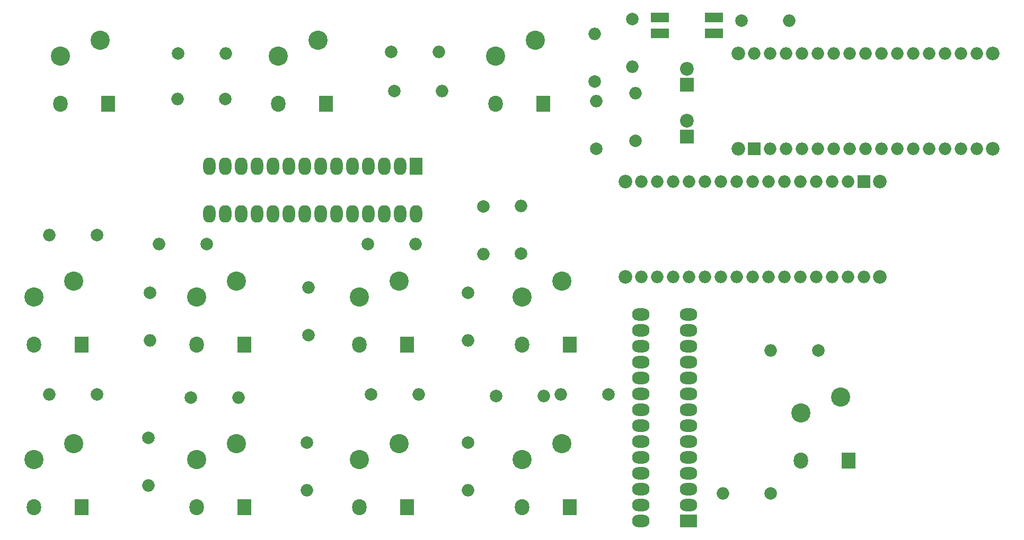
<source format=gbr>
G04 #@! TF.FileFunction,Soldermask,Top*
%FSLAX46Y46*%
G04 Gerber Fmt 4.6, Leading zero omitted, Abs format (unit mm)*
G04 Created by KiCad (PCBNEW 4.0.7) date Monday, 04 December 2017 'PMt' 14:32:11*
%MOMM*%
%LPD*%
G01*
G04 APERTURE LIST*
%ADD10C,0.100000*%
%ADD11R,2.200000X2.200000*%
%ADD12C,2.200000*%
%ADD13C,2.000000*%
%ADD14O,2.000000X2.000000*%
%ADD15C,3.067000*%
%ADD16O,2.305000X2.559000*%
%ADD17R,2.305000X2.559000*%
%ADD18R,2.000000X2.800000*%
%ADD19O,2.000000X2.800000*%
%ADD20R,2.800000X2.000000*%
%ADD21O,2.800000X2.000000*%
%ADD22R,2.840000X1.520000*%
%ADD23R,2.000000X2.000000*%
%ADD24C,2.180000*%
G04 APERTURE END LIST*
D10*
D11*
X126000000Y-31250000D03*
D12*
X126000000Y-28710000D03*
D11*
X126000000Y-39500000D03*
D12*
X126000000Y-36960000D03*
D13*
X52250000Y-33500000D03*
D14*
X44630000Y-33500000D03*
D13*
X44750000Y-26250000D03*
D14*
X52370000Y-26250000D03*
D13*
X79250000Y-32250000D03*
D14*
X86870000Y-32250000D03*
D13*
X78750000Y-26000000D03*
D14*
X86370000Y-26000000D03*
D13*
X111500000Y-41500000D03*
D14*
X111500000Y-33880000D03*
D13*
X111250000Y-30750000D03*
D14*
X111250000Y-23130000D03*
D13*
X117250000Y-20750000D03*
D14*
X117250000Y-28370000D03*
D13*
X117750000Y-40250000D03*
D14*
X117750000Y-32630000D03*
D13*
X134750000Y-21000000D03*
D14*
X142370000Y-21000000D03*
D13*
X31750000Y-55250000D03*
D14*
X24130000Y-55250000D03*
D13*
X40250000Y-64500000D03*
D14*
X40250000Y-72120000D03*
D13*
X49250000Y-56750000D03*
D14*
X41630000Y-56750000D03*
D13*
X65500000Y-71250000D03*
D14*
X65500000Y-63630000D03*
D13*
X75000000Y-56750000D03*
D14*
X82620000Y-56750000D03*
D13*
X91000000Y-64500000D03*
D14*
X91000000Y-72120000D03*
D13*
X93500000Y-50750000D03*
D14*
X93500000Y-58370000D03*
D13*
X99500000Y-58250000D03*
D14*
X99500000Y-50630000D03*
D13*
X40000000Y-87750000D03*
D14*
X40000000Y-95370000D03*
D13*
X31750000Y-80750000D03*
D14*
X24130000Y-80750000D03*
D13*
X65250000Y-88500000D03*
D14*
X65250000Y-96120000D03*
D13*
X46750000Y-81250000D03*
D14*
X54370000Y-81250000D03*
D13*
X91000000Y-88500000D03*
D14*
X91000000Y-96120000D03*
D13*
X75500000Y-80750000D03*
D14*
X83120000Y-80750000D03*
D13*
X113500000Y-80750000D03*
D14*
X105880000Y-80750000D03*
D13*
X95500000Y-81000000D03*
D14*
X103120000Y-81000000D03*
D13*
X147010000Y-73750000D03*
D14*
X139390000Y-73750000D03*
D13*
X139390000Y-96610000D03*
D14*
X131770000Y-96610000D03*
D15*
X32290000Y-24170000D03*
X25940000Y-26710000D03*
D16*
X25940000Y-34330000D03*
D17*
X33560000Y-34330000D03*
D15*
X67040000Y-24170000D03*
X60690000Y-26710000D03*
D16*
X60690000Y-34330000D03*
D17*
X68310000Y-34330000D03*
D15*
X101795000Y-24170000D03*
X95445000Y-26710000D03*
D16*
X95445000Y-34330000D03*
D17*
X103065000Y-34330000D03*
D15*
X28040000Y-62670000D03*
X21690000Y-65210000D03*
D16*
X21690000Y-72830000D03*
D17*
X29310000Y-72830000D03*
D15*
X54040000Y-62670000D03*
X47690000Y-65210000D03*
D16*
X47690000Y-72830000D03*
D17*
X55310000Y-72830000D03*
D15*
X80040000Y-62670000D03*
X73690000Y-65210000D03*
D16*
X73690000Y-72830000D03*
D17*
X81310000Y-72830000D03*
D15*
X106040000Y-62670000D03*
X99690000Y-65210000D03*
D16*
X99690000Y-72830000D03*
D17*
X107310000Y-72830000D03*
D15*
X28040000Y-88670000D03*
X21690000Y-91210000D03*
D16*
X21690000Y-98830000D03*
D17*
X29310000Y-98830000D03*
D15*
X54040000Y-88670000D03*
X47690000Y-91210000D03*
D16*
X47690000Y-98830000D03*
D17*
X55310000Y-98830000D03*
D15*
X80040000Y-88670000D03*
X73690000Y-91210000D03*
D16*
X73690000Y-98830000D03*
D17*
X81310000Y-98830000D03*
D15*
X106040000Y-88670000D03*
X99690000Y-91210000D03*
D16*
X99690000Y-98830000D03*
D17*
X107310000Y-98830000D03*
D15*
X150540000Y-81170000D03*
X144190000Y-83710000D03*
D16*
X144190000Y-91330000D03*
D17*
X151810000Y-91330000D03*
D18*
X82750000Y-44250000D03*
D19*
X49730000Y-51870000D03*
X80210000Y-44250000D03*
X52270000Y-51870000D03*
X77670000Y-44250000D03*
X54810000Y-51870000D03*
X75130000Y-44250000D03*
X57350000Y-51870000D03*
X72590000Y-44250000D03*
X59890000Y-51870000D03*
X70050000Y-44250000D03*
X62430000Y-51870000D03*
X67510000Y-44250000D03*
X64970000Y-51870000D03*
X64970000Y-44250000D03*
X67510000Y-51870000D03*
X62430000Y-44250000D03*
X70050000Y-51870000D03*
X59890000Y-44250000D03*
X72590000Y-51870000D03*
X57350000Y-44250000D03*
X75130000Y-51870000D03*
X54810000Y-44250000D03*
X77670000Y-51870000D03*
X52270000Y-44250000D03*
X80210000Y-51870000D03*
X49730000Y-44250000D03*
X82750000Y-51870000D03*
D20*
X126250000Y-101000000D03*
D21*
X118630000Y-67980000D03*
X126250000Y-98460000D03*
X118630000Y-70520000D03*
X126250000Y-95920000D03*
X118630000Y-73060000D03*
X126250000Y-93380000D03*
X118630000Y-75600000D03*
X126250000Y-90840000D03*
X118630000Y-78140000D03*
X126250000Y-88300000D03*
X118630000Y-80680000D03*
X126250000Y-85760000D03*
X118630000Y-83220000D03*
X126250000Y-83220000D03*
X118630000Y-85760000D03*
X126250000Y-80680000D03*
X118630000Y-88300000D03*
X126250000Y-78140000D03*
X118630000Y-90840000D03*
X126250000Y-75600000D03*
X118630000Y-93380000D03*
X126250000Y-73060000D03*
X118630000Y-95920000D03*
X126250000Y-70520000D03*
X118630000Y-98460000D03*
X126250000Y-67980000D03*
X118630000Y-101000000D03*
D22*
X121695000Y-20480000D03*
X130305000Y-23020000D03*
X121695000Y-23020000D03*
X130305000Y-20480000D03*
D23*
X136750000Y-41500000D03*
D14*
X169770000Y-26260000D03*
X139290000Y-41500000D03*
X167230000Y-26260000D03*
X141830000Y-41500000D03*
X164690000Y-26260000D03*
X144370000Y-41500000D03*
X162150000Y-26260000D03*
X146910000Y-41500000D03*
X159610000Y-26260000D03*
X149450000Y-41500000D03*
X157070000Y-26260000D03*
X151990000Y-41500000D03*
X154530000Y-26260000D03*
X154530000Y-41500000D03*
X151990000Y-26260000D03*
X157070000Y-41500000D03*
X149450000Y-26260000D03*
X159610000Y-41500000D03*
X146910000Y-26260000D03*
X162150000Y-41500000D03*
X144370000Y-26260000D03*
X164690000Y-41500000D03*
X141830000Y-26260000D03*
X167230000Y-41500000D03*
X139290000Y-26260000D03*
X169770000Y-41500000D03*
X136750000Y-26260000D03*
X172310000Y-41500000D03*
X172310000Y-26260000D03*
D24*
X134210000Y-41500000D03*
X134210000Y-26260000D03*
X174850000Y-26260000D03*
X174850000Y-41500000D03*
D23*
X154250000Y-46750000D03*
D14*
X121230000Y-61990000D03*
X151710000Y-46750000D03*
X123770000Y-61990000D03*
X149170000Y-46750000D03*
X126310000Y-61990000D03*
X146630000Y-46750000D03*
X128850000Y-61990000D03*
X144090000Y-46750000D03*
X131390000Y-61990000D03*
X141550000Y-46750000D03*
X133930000Y-61990000D03*
X139010000Y-46750000D03*
X136470000Y-61990000D03*
X136470000Y-46750000D03*
X139010000Y-61990000D03*
X133930000Y-46750000D03*
X141550000Y-61990000D03*
X131390000Y-46750000D03*
X144090000Y-61990000D03*
X128850000Y-46750000D03*
X146630000Y-61990000D03*
X126310000Y-46750000D03*
X149170000Y-61990000D03*
X123770000Y-46750000D03*
X151710000Y-61990000D03*
X121230000Y-46750000D03*
X154250000Y-61990000D03*
X118690000Y-46750000D03*
X118690000Y-61990000D03*
D24*
X156790000Y-46750000D03*
X156790000Y-61990000D03*
X116150000Y-61990000D03*
X116150000Y-46750000D03*
M02*

</source>
